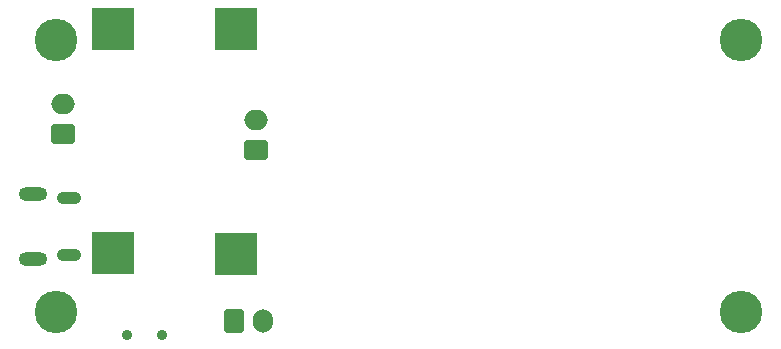
<source format=gbr>
%TF.GenerationSoftware,KiCad,Pcbnew,7.0.6*%
%TF.CreationDate,2023-09-18T21:36:18+08:00*%
%TF.ProjectId,UPS_Lite_Pi_Zero_Form,5550535f-4c69-4746-955f-50695f5a6572,rev?*%
%TF.SameCoordinates,Original*%
%TF.FileFunction,Soldermask,Bot*%
%TF.FilePolarity,Negative*%
%FSLAX46Y46*%
G04 Gerber Fmt 4.6, Leading zero omitted, Abs format (unit mm)*
G04 Created by KiCad (PCBNEW 7.0.6) date 2023-09-18 21:36:18*
%MOMM*%
%LPD*%
G01*
G04 APERTURE LIST*
G04 Aperture macros list*
%AMRoundRect*
0 Rectangle with rounded corners*
0 $1 Rounding radius*
0 $2 $3 $4 $5 $6 $7 $8 $9 X,Y pos of 4 corners*
0 Add a 4 corners polygon primitive as box body*
4,1,4,$2,$3,$4,$5,$6,$7,$8,$9,$2,$3,0*
0 Add four circle primitives for the rounded corners*
1,1,$1+$1,$2,$3*
1,1,$1+$1,$4,$5*
1,1,$1+$1,$6,$7*
1,1,$1+$1,$8,$9*
0 Add four rect primitives between the rounded corners*
20,1,$1+$1,$2,$3,$4,$5,0*
20,1,$1+$1,$4,$5,$6,$7,0*
20,1,$1+$1,$6,$7,$8,$9,0*
20,1,$1+$1,$8,$9,$2,$3,0*%
G04 Aperture macros list end*
%ADD10RoundRect,0.250000X-0.600000X-0.750000X0.600000X-0.750000X0.600000X0.750000X-0.600000X0.750000X0*%
%ADD11O,1.700000X2.000000*%
%ADD12O,2.400000X1.200000*%
%ADD13O,2.100000X1.050000*%
%ADD14C,3.600000*%
%ADD15O,2.000000X1.700000*%
%ADD16RoundRect,0.250000X0.750000X-0.600000X0.750000X0.600000X-0.750000X0.600000X-0.750000X-0.600000X0*%
%ADD17C,0.900000*%
%ADD18R,3.524000X3.524000*%
G04 APERTURE END LIST*
D10*
%TO.C,J4*%
X102000000Y-112400000D03*
D11*
X104500000Y-112400000D03*
%TD*%
D12*
%TO.C,J3*%
X84985000Y-101665000D03*
X84985000Y-107115000D03*
D13*
X88015000Y-101965000D03*
X88015000Y-106815000D03*
%TD*%
D14*
%TO.C,REF\u002A\u002A*%
X86940000Y-88600000D03*
X86940000Y-111600000D03*
X144940000Y-88600000D03*
X144940000Y-111600000D03*
%TD*%
D15*
%TO.C,J2*%
X103900000Y-95400000D03*
D16*
X103900000Y-97900000D03*
%TD*%
%TO.C,J1*%
X87560000Y-96540000D03*
D15*
X87560000Y-94040000D03*
%TD*%
D17*
%TO.C,S1*%
X92940000Y-113620000D03*
X95940000Y-113620000D03*
%TD*%
D18*
%TO.C,U\u002A1*%
X91780000Y-87660000D03*
X102180000Y-87660000D03*
X91780000Y-106660000D03*
X102180000Y-106760000D03*
%TD*%
M02*

</source>
